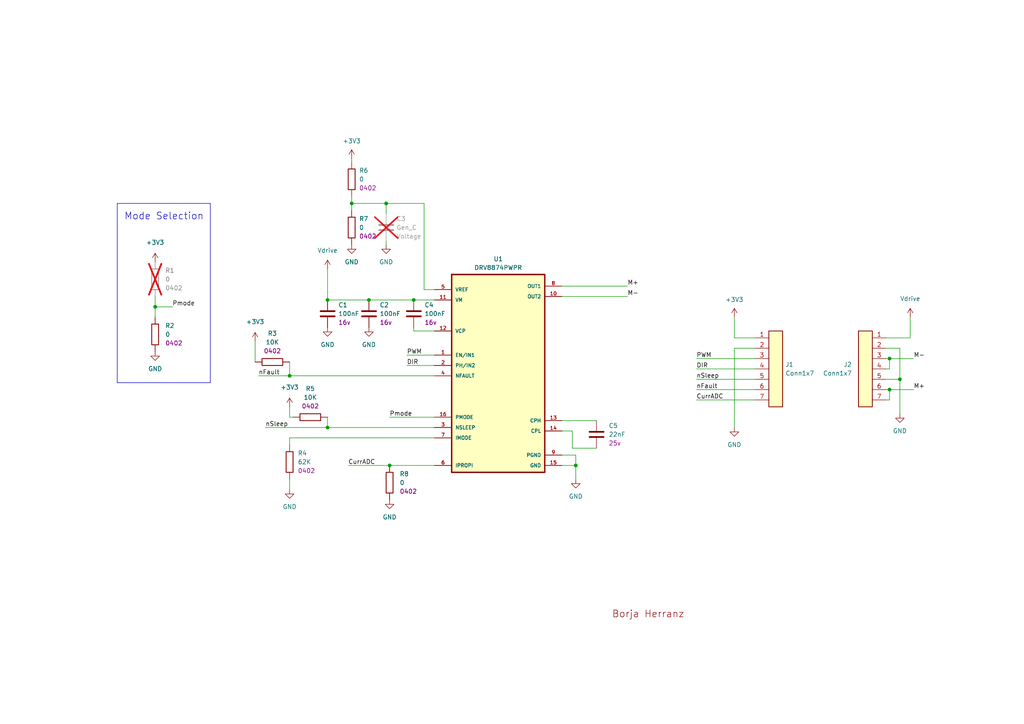
<source format=kicad_sch>
(kicad_sch (version 20230121) (generator eeschema)
  (paper "A4")
  (lib_symbols
    (symbol "Herranz - Capacitor (0402):Gen_C" (pin_numbers hide) (pin_names (offset 0) hide)
      (property "Reference" "C" (at 4 -7 0))
      (property "Value" "Gen_C" (at 6 -5 0))
      (property "Voltage" "Voltage" (at 7 -9 0))
      (symbol "Gen_C_0_1"
        (polyline (pts (xy -2 -6.75) (xy 2.064 -6.75)) (stroke (width 0.508)))
        (polyline (pts (xy -2 -5.25) (xy 2.064 -5.25)) (stroke (width 0.508)))
      )
      (symbol "Gen_C_1_1"
        (pin passive line (at 0 -2 270) (length 3) (name "~") (number "1"))
        (pin passive line (at 0 -10 90) (length 3) (name "~") (number "2"))
      )
    )
    (symbol "Herranz - Capacitor (0603):Gen_C" (pin_numbers hide) (pin_names (offset 0) hide)
      (property "Reference" "C" (at 4 -7 0))
      (property "Value" "Gen_C" (at 6 -5 0))
      (property "Voltage" "Voltage" (at 7 -9 0))
      (symbol "Gen_C_0_1"
        (polyline (pts (xy -2 -6.75) (xy 2.064 -6.75)) (stroke (width 0.508)))
        (polyline (pts (xy -2 -5.25) (xy 2.064 -5.25)) (stroke (width 0.508)))
      )
      (symbol "Gen_C_1_1"
        (pin passive line (at 0 -2 270) (length 3) (name "~") (number "1"))
        (pin passive line (at 0 -10 90) (length 3) (name "~") (number "2"))
      )
    )
    (symbol "Herranz - Gen Connectors:Conn1x7" (pin_names hide)
      (property "Reference" "J" (at 0 -5 0))
      (property "Value" "Conn1x7" (at 0 -7 0))
      (symbol "Conn1x7_1_0"
        (pin passive line (at -5 -1 0) (length 4) (name "Pin_7") (number "7"))
      )
      (symbol "Conn1x7_1_1"
        (rectangle (start -1 19) (end 3 -3) (stroke (width 0.254)) (fill (type background)))
        (pin passive line (at -5 17 0) (length 4) (name "Pin_1") (number "1"))
        (pin passive line (at -5 14 0) (length 4) (name "Pin_2") (number "2"))
        (pin passive line (at -5 11 0) (length 4) (name "Pin_3") (number "3"))
        (pin passive line (at -5 8 0) (length 4) (name "Pin_4") (number "4"))
        (pin passive line (at -5 5 0) (length 4) (name "Pin_5") (number "5"))
        (pin passive line (at -5 2 0) (length 4) (name "Pin_6") (number "6"))
      )
    )
    (symbol "Herranz - PowerIC:DRV8874PWPR" (pin_names (offset 1.016))
      (property "Reference" "U" (at -12.7 34.24 0))
      (property "Value" "DRV8874PWPR" (at -13 -26 0))
      (symbol "DRV8874PWPR_0_0"
        (rectangle (start -13 34.38) (end 14 -23) (stroke (width 0.41)) (fill (type background)))
        (pin passive line (at -18 11 0) (length 5) (name "EN/IN1") (number "1"))
        (pin passive line (at 19 28 180) (length 5) (name "OUT2") (number "10"))
        (pin passive line (at -18 27 0) (length 5) (name "VM") (number "11"))
        (pin passive line (at -18 18 0) (length 5) (name "VCP") (number "12"))
        (pin passive line (at 19 -8 180) (length 5) (name "CPH") (number "13"))
        (pin passive line (at 19 -11 180) (length 5) (name "CPL") (number "14"))
        (pin passive line (at 19 -21 180) (length 5) (name "GND") (number "15"))
        (pin passive line (at -18 -7 0) (length 5) (name "PMODE") (number "16"))
        (pin passive line (at -18 8 0) (length 5) (name "PH/IN2") (number "2"))
        (pin passive line (at -18 -10 0) (length 5) (name "NSLEEP") (number "3"))
        (pin passive line (at -18 5 0) (length 5) (name "NFAULT") (number "4"))
        (pin passive line (at -18 30 0) (length 5) (name "VREF") (number "5"))
        (pin passive line (at -18 -21 0) (length 5) (name "IPROPI") (number "6"))
        (pin passive line (at -18 -13 0) (length 5) (name "IMODE") (number "7"))
        (pin passive line (at 19 31 180) (length 5) (name "OUT1") (number "8"))
        (pin passive line (at 19 -18 180) (length 5) (name "PGND") (number "9"))
      )
    )
    (symbol "Herranz - Resistors (0402):0" (pin_numbers hide) (pin_names hide)
      (property "Reference" "R" (at -2 1 0))
      (property "Value" "0" (at 0 -1 0))
      (property "Size" "0402" (at 0 -3 0))
      (symbol "0_0_1"
        (rectangle (start -3 0) (end 3 -2) (stroke (width 0.254)))
      )
      (symbol "0_1_1"
        (pin passive line (at -5 -1 0) (length 2) (name "~") (number "1"))
        (pin passive line (at 5 -1 180) (length 2) (name "~") (number "2"))
      )
    )
    (symbol "Herranz - Resistors (0402):10K" (pin_numbers hide) (pin_names hide)
      (property "Reference" "R" (at -2 1 0))
      (property "Value" "10K" (at 0 -1 0))
      (property "Size" "0402" (at 0 -3 0))
      (symbol "10K_0_1"
        (rectangle (start -3 0) (end 3 -2) (stroke (width 0.254)))
      )
      (symbol "10K_1_1"
        (pin passive line (at -5 -1 0) (length 2) (name "~") (number "1"))
        (pin passive line (at 5 -1 180) (length 2) (name "~") (number "2"))
      )
    )
    (symbol "Herranz - Resistors (0402):62K" (pin_numbers hide) (pin_names hide)
      (property "Reference" "R" (at -2 1 0))
      (property "Value" "62K" (at 0 -1 0))
      (property "Size" "0402" (at 0 -3 0))
      (symbol "62K_0_1"
        (rectangle (start -3 0) (end 3 -2) (stroke (width 0.254)))
      )
      (symbol "62K_1_1"
        (pin passive line (at -5 -1 0) (length 2) (name "~") (number "1"))
        (pin passive line (at 5 -1 180) (length 2) (name "~") (number "2"))
      )
    )
    (symbol "Herranz - Various:Logo_Small" (pin_numbers hide) (pin_names (offset 0) hide)
      (symbol "Logo_Small_0_0"
        (text "Borja Herranz" (at 0 0 0) (effects (font (size 2 2))))
      )
    )
    (symbol "power:+3.3V" (power) (pin_names (offset 0))
      (property "Value" "+3.3V" (at 0 3.556 0))
      (symbol "+3.3V_0_1"
        (polyline (pts (xy -0.762 1.27) (xy 0 2.54)))
        (polyline (pts (xy 0 0) (xy 0 2.54)))
        (polyline (pts (xy 0 2.54) (xy 0.762 1.27)))
      )
      (symbol "+3.3V_1_1"
        (pin power_in line (at 0 0 90) (length 0) hide (name "+3V3") (number "1"))
      )
    )
    (symbol "power:GND" (power) (pin_names (offset 0))
      (property "Value" "GND" (at 0 -3.81 0))
      (symbol "GND_0_1"
        (polyline (pts (xy 0 0) (xy 0 -1.27) (xy 1.27 -1.27) (xy 0 -2.54) (xy -1.27 -1.27) (xy 0 -1.27)))
      )
      (symbol "GND_1_1"
        (pin power_in line (at 0 0 270) (length 0) hide (name "GND") (number "1"))
      )
    )
    (symbol "power:Vdrive" (power) (pin_names (offset 0))
      (property "Value" "Vdrive" (at 0 3.81 0))
      (symbol "Vdrive_0_1"
        (polyline (pts (xy -0.762 1.27) (xy 0 2.54)))
        (polyline (pts (xy 0 0) (xy 0 2.54)))
        (polyline (pts (xy 0 2.54) (xy 0.762 1.27)))
      )
      (symbol "Vdrive_1_1"
        (pin power_in line (at 0 0 90) (length 0) hide (name "Vdrive") (number "1"))
      )
    )
  )
  (junction (at 167 135))
  (junction (at 258 104))
  (junction (at 258 113))
  (junction (at 95 87))
  (junction (at 102 59))
  (junction (at 107 87))
  (junction (at 113 135))
  (junction (at 112 59))
  (junction (at 95 124))
  (junction (at 120 87))
  (junction (at 261 110))
  (junction (at 84 109))
  (junction (at 45 89))
  (polyline (pts (xy 34 59) (xy 61 59)))
  (wire (pts (xy 102 61) (xy 102 59)))
  (wire (pts (xy 102 57) (xy 102 59)))
  (wire (pts (xy 202 107) (xy 219 107)))
  (wire (pts (xy 95 124) (xy 126 124)))
  (wire (pts (xy 167 135) (xy 167 139)))
  (wire (pts (xy 84 129) (xy 84 127)))
  (wire (pts (xy 264 98) (xy 264 92)))
  (wire (pts (xy 84 109) (xy 126 109)))
  (polyline (pts (xy 61 59) (xy 61 111)))
  (polyline (pts (xy 34 59) (xy 34 111)))
  (wire (pts (xy 95 121) (xy 95 124)))
  (wire (pts (xy 167 132) (xy 167 135)))
  (polyline (pts (xy 34 111) (xy 61 111)))
  (wire (pts (xy 84 121) (xy 85 121)))
  (wire (pts (xy 257 110) (xy 261 110)))
  (wire (pts (xy 102 59) (xy 112 59)))
  (wire (pts (xy 163 122) (xy 173 122)))
  (wire (pts (xy 126 87) (xy 120 87)))
  (wire (pts (xy 258 104) (xy 265 104)))
  (wire (pts (xy 126 84) (xy 123 84)))
  (wire (pts (xy 258 113) (xy 265 113)))
  (wire (pts (xy 219 101) (xy 213 101)))
  (wire (pts (xy 261 101) (xy 261 110)))
  (wire (pts (xy 84 118) (xy 84 121)))
  (wire (pts (xy 84 105) (xy 84 109)))
  (wire (pts (xy 113 135) (xy 126 135)))
  (wire (pts (xy 45 89) (xy 50 89)))
  (wire (pts (xy 166 130) (xy 173 130)))
  (wire (pts (xy 257 113) (xy 258 113)))
  (wire (pts (xy 202 116) (xy 219 116)))
  (wire (pts (xy 163 135) (xy 167 135)))
  (wire (pts (xy 120 96) (xy 120 95)))
  (wire (pts (xy 95 87) (xy 107 87)))
  (wire (pts (xy 213 101) (xy 213 124)))
  (wire (pts (xy 113 121) (xy 126 121)))
  (wire (pts (xy 84 127) (xy 126 127)))
  (wire (pts (xy 257 107) (xy 258 107)))
  (wire (pts (xy 261 110) (xy 261 120)))
  (wire (pts (xy 118 103) (xy 126 103)))
  (wire (pts (xy 163 83) (xy 182 83)))
  (wire (pts (xy 123 84) (xy 123 59)))
  (wire (pts (xy 163 132) (xy 167 132)))
  (wire (pts (xy 213 98) (xy 213 92)))
  (wire (pts (xy 202 113) (xy 219 113)))
  (wire (pts (xy 202 110) (xy 219 110)))
  (wire (pts (xy 118 106) (xy 126 106)))
  (wire (pts (xy 257 101) (xy 261 101)))
  (wire (pts (xy 202 104) (xy 219 104)))
  (wire (pts (xy 77 124) (xy 95 124)))
  (wire (pts (xy 257 116) (xy 258 116)))
  (wire (pts (xy 107 87) (xy 120 87)))
  (wire (pts (xy 102 46) (xy 102 47)))
  (wire (pts (xy 112 71) (xy 112 70)))
  (wire (pts (xy 219 98) (xy 213 98)))
  (wire (pts (xy 163 125) (xy 166 125)))
  (wire (pts (xy 166 125) (xy 166 130)))
  (wire (pts (xy 126 96) (xy 120 96)))
  (wire (pts (xy 257 98) (xy 264 98)))
  (wire (pts (xy 258 116) (xy 258 113)))
  (wire (pts (xy 258 107) (xy 258 104)))
  (wire (pts (xy 45 92) (xy 45 89)))
  (wire (pts (xy 163 86) (xy 182 86)))
  (wire (pts (xy 123 59) (xy 112 59)))
  (wire (pts (xy 45 86) (xy 45 89)))
  (wire (pts (xy 101 135) (xy 113 135)))
  (wire (pts (xy 84 142) (xy 84 139)))
  (wire (pts (xy 74 99) (xy 74 105)))
  (wire (pts (xy 257 104) (xy 258 104)))
  (wire (pts (xy 75 109) (xy 84 109)))
  (wire (pts (xy 95 78) (xy 95 87)))
  (wire (pts (xy 112 62) (xy 112 59)))
  (text "Mode Selection" (at 36 64 0) (effects (font (size 2 2)) (justify left bottom)))
  (label "CurrADC" (at 202 116 0))
  (label "nFault" (at 75 109 0))
  (label "M-" (at 265 104 0))
  (label "DIR" (at 202 107 0))
  (label "M-" (at 182 86 0))
  (label "nSleep" (at 77 124 0))
  (label "PWM" (at 202 104 0))
  (label "nFault" (at 202 113 0))
  (label "M+" (at 182 83 0))
  (label "PWM" (at 118 103 0))
  (label "M+" (at 265 113 0))
  (label "nSleep" (at 202 110 0))
  (label "Pmode" (at 113 121 0))
  (label "CurrADC" (at 101 135 0))
  (label "Pmode" (at 50 89 0))
  (label "DIR" (at 118 106 0))
  (symbol (lib_id "power:Vdrive") (at 264 92 0) (unit 1)
    (property "Reference" "#PWR0104" (effects hide))
    (property "Value" "Vdrive" (at 264 86.64 0))
  )
  (symbol (lib_id "Herranz - Resistors (0402):0") (at 101 52 90) (unit 1)
    (property "Reference" "R6" (at 104.14 49.46 90) (effects (justify right)))
    (property "Value" "0" (at 104.14 52 90) (effects (justify right)))
    (property "Footprint" "Resistor_SMD:R_0402_1005Metric" (effects hide))
    (property "Size" "0402" (at 104.14 54.54 90) (effects (justify right)))
  )
  (symbol (lib_id "Herranz - Resistors (0402):10K") (at 79 104 0) (unit 1)
    (property "Reference" "R3" (at 79 96.72 0))
    (property "Value" "10K" (at 79 99.26 0))
    (property "Footprint" "Resistor_SMD:R_0402_1005Metric" (effects hide))
    (property "Size" "0402" (at 79 101.8 0))
  )
  (symbol (lib_id "power:GND") (at 102 71 0) (unit 1)
    (property "Reference" "#PWR0108" (effects hide))
    (property "Value" "GND" (at 102 75.98 0))
  )
  (symbol (lib_id "power:GND") (at 213 124 0) (unit 1)
    (property "Reference" "#PWR0113" (effects hide))
    (property "Value" "GND" (at 213 128.98 0))
  )
  (symbol (lib_id "Herranz - Resistors (0402):10K") (at 90 120 0) (unit 1)
    (property "Reference" "R5" (at 90 112.72 0))
    (property "Value" "10K" (at 90 115.26 0))
    (property "Footprint" "Resistor_SMD:R_0402_1005Metric" (effects hide))
    (property "Size" "0402" (at 90 117.8 0))
  )
  (symbol (lib_id "power:GND") (at 107 95 0) (unit 1)
    (property "Reference" "#PWR0111" (effects hide))
    (property "Value" "GND" (at 107 99.98 0))
  )
  (symbol (lib_id "power:+3.3V") (at 84 118 0) (unit 1)
    (property "Reference" "#PWR0101" (effects hide))
    (property "Value" "+3.3V" (at 84 112.34 0))
  )
  (symbol (lib_id "power:GND") (at 113 145 0) (unit 1)
    (property "Reference" "#PWR0102" (effects hide))
    (property "Value" "GND" (at 113 149.98 0))
  )
  (symbol (lib_id "power:+3.3V") (at 102 46 0) (unit 1)
    (property "Reference" "#PWR0107" (effects hide))
    (property "Value" "+3.3V" (at 102 40.91 0))
  )
  (symbol (lib_id "Herranz - Gen Connectors:Conn1x7") (at 252 115 0) (mirror y) (unit 1)
    (property "Reference" "J2" (at 247.08 105.73 0) (effects (justify left)))
    (property "Value" "Conn1x7" (at 247.08 108.27 0) (effects (justify left)))
    (property "Footprint" "Connector_PinHeader_2.54mm:PinHeader_1x07_P2.54mm_Vertical" (effects hide))
  )
  (symbol (lib_id "power:GND") (at 167 139 0) (mirror y) (unit 1)
    (property "Reference" "#PWR0112" (effects hide))
    (property "Value" "GND" (at 167 143.98 0))
  )
  (symbol (lib_id "Herranz - Resistors (0402):0") (at 44 97 90) (unit 1)
    (property "Reference" "R2" (at 47.91 94.46 90) (effects (justify right)))
    (property "Value" "0" (at 47.91 97 90) (effects (justify right)))
    (property "Footprint" "Resistor_SMD:R_0402_1005Metric" (effects hide))
    (property "Size" "0402" (at 47.91 99.54 90) (effects (justify right)))
  )
  (symbol (lib_id "power:GND") (at 45 102 0) (unit 1)
    (property "Reference" "#PWR0117" (effects hide))
    (property "Value" "GND" (at 45 106.98 0))
  )
  (symbol (lib_id "Herranz - PowerIC:DRV8874PWPR") (at 144 114 0) (unit 1)
    (property "Reference" "U1" (at 144.5 75.1 0))
    (property "Value" "DRV8874PWPR" (at 144.5 77.64 0))
    (property "Footprint" "Herranz - PowerIC:SOP65P640X120-17N" (effects hide))
    (property "Description" "\n40-V, 6-A H-bridge motor driver with integrated current sensing feedback\n" (effects hide))
    (property "LCSC" "C1855818" (effects hide))
    (property "MP" "DRV8874PWPR" (effects hide))
  )
  (symbol (lib_id "power:+3.3V") (at 213 92 0) (unit 1)
    (property "Reference" "#PWR0114" (effects hide))
    (property "Value" "+3.3V" (at 213 86.91 0))
  )
  (symbol (lib_id "power:+3.3V") (at 45 76 0) (unit 1)
    (property "Reference" "#PWR0116" (effects hide))
    (property "Value" "+3.3V" (at 45 70.34 0))
  )
  (symbol (lib_id "power:GND") (at 84 142 0) (unit 1)
    (property "Reference" "#PWR0103" (effects hide))
    (property "Value" "GND" (at 84 146.98 0))
  )
  (symbol (lib_id "Herranz - Capacitor (0603):Gen_C") (at 95 85 0) (unit 1)
    (property "Reference" "C1" (at 98.11 88.46 0) (effects (justify left)))
    (property "Value" "100nF" (at 98.11 91 0) (effects (justify left)))
    (property "Footprint" "Capacitor_SMD:C_0603_1608Metric" (effects hide))
    (property "Voltage" "16v" (at 98.11 93.54 0) (effects (justify left)))
  )
  (symbol (lib_id "power:GND") (at 112 71 0) (unit 1)
    (property "Reference" "#PWR0109" (effects hide))
    (property "Value" "GND" (at 112 75.98 0))
  )
  (symbol (lib_id "power:+3.3V") (at 74 99 0) (unit 1)
    (property "Reference" "#PWR0115" (effects hide))
    (property "Value" "+3.3V" (at 74 93.34 0))
  )
  (symbol (lib_id "Herranz - Capacitor (0603):Gen_C") (at 173 120 0) (unit 1)
    (property "Reference" "C5" (at 176.53 123.46 0) (effects (justify left)))
    (property "Value" "22nF" (at 176.53 126 0) (effects (justify left)))
    (property "Footprint" "Capacitor_SMD:C_0603_1608Metric" (effects hide))
    (property "Voltage" "25v" (at 176.53 128.54 0) (effects (justify left)))
  )
  (symbol (lib_id "Herranz - Resistors (0402):0") (at 101 66 90) (unit 1)
    (property "Reference" "R7" (at 104.14 63.46 90) (effects (justify right)))
    (property "Value" "0" (at 104.14 66 90) (effects (justify right)))
    (property "Footprint" "Resistor_SMD:R_0402_1005Metric" (effects hide))
    (property "Size" "0402" (at 104.14 68.54 90) (effects (justify right)))
  )
  (symbol (lib_id "Herranz - Various:Logo_Small") (at 188 178 0) (unit 1)
    (property "Reference" "U2" (effects hide))
    (property "Value" "Logo_Small" (effects hide))
    (property "Footprint" "Herranz - Various:LOGO_small" (effects hide))
  )
  (symbol (lib_id "Herranz - Capacitor (0603):Gen_C") (at 107 85 0) (unit 1)
    (property "Reference" "C2" (at 110.11 88.46 0) (effects (justify left)))
    (property "Value" "100nF" (at 110.11 91 0) (effects (justify left)))
    (property "Footprint" "Capacitor_SMD:C_0603_1608Metric" (effects hide))
    (property "Voltage" "16v" (at 110.11 93.54 0) (effects (justify left)))
  )
  (symbol (lib_id "Herranz - Capacitor (0402):Gen_C") (at 112 60 0) (unit 1) (dnp yes)
    (property "Reference" "C3" (at 114.97 63.46 0) (effects (justify left)))
    (property "Value" "Gen_C" (at 114.97 66 0) (effects (justify left)))
    (property "Footprint" "Capacitor_SMD:C_0402_1005Metric" (effects hide))
    (property "Voltage" "Voltage" (at 114.97 68.54 0) (effects (justify left)))
  )
  (symbol (lib_id "Herranz - Gen Connectors:Conn1x7") (at 224 115 0) (unit 1)
    (property "Reference" "J1" (at 227.79 105.73 0) (effects (justify left)))
    (property "Value" "Conn1x7" (at 227.79 108.27 0) (effects (justify left)))
    (property "Footprint" "Connector_PinHeader_2.54mm:PinHeader_1x07_P2.54mm_Vertical" (effects hide))
  )
  (symbol (lib_id "Herranz - Capacitor (0603):Gen_C") (at 120 85 0) (unit 1)
    (property "Reference" "C4" (at 123.11 88.46 0) (effects (justify left)))
    (property "Value" "100nF" (at 123.11 91 0) (effects (justify left)))
    (property "Footprint" "Capacitor_SMD:C_0603_1608Metric" (effects hide))
    (property "Voltage" "16v" (at 123.11 93.54 0) (effects (justify left)))
  )
  (symbol (lib_id "Herranz - Resistors (0402):62K") (at 83 134 90) (unit 1)
    (property "Reference" "R4" (at 86.36 131.46 90) (effects (justify right)))
    (property "Value" "62K" (at 86.36 134 90) (effects (justify right)))
    (property "Footprint" "Resistor_SMD:R_0402_1005Metric" (effects hide))
    (property "Size" "0402" (at 86.36 136.54 90) (effects (justify right)))
  )
  (symbol (lib_id "power:Vdrive") (at 95 78 0) (unit 1)
    (property "Reference" "#PWR0110" (effects hide))
    (property "Value" "Vdrive" (at 95 72.64 0))
  )
  (symbol (lib_id "Herranz - Resistors (0402):0") (at 44 81 90) (unit 1) (dnp yes)
    (property "Reference" "R1" (at 47.91 78.46 90) (effects (justify right)))
    (property "Value" "0" (at 47.91 81 90) (effects (justify right)))
    (property "Footprint" "Resistor_SMD:R_0402_1005Metric" (effects hide))
    (property "Size" "0402" (at 47.91 83.54 90) (effects (justify right)))
  )
  (symbol (lib_id "Herranz - Resistors (0402):0") (at 112 140 90) (unit 1)
    (property "Reference" "R8" (at 115.91 137.46 90) (effects (justify right)))
    (property "Value" "0" (at 115.91 140 90) (effects (justify right)))
    (property "Footprint" "Resistor_SMD:R_0402_1005Metric" (effects hide))
    (property "Size" "0402" (at 115.91 142.54 90) (effects (justify right)))
  )
  (symbol (lib_id "power:GND") (at 95 95 0) (unit 1)
    (property "Reference" "#PWR0106" (effects hide))
    (property "Value" "GND" (at 95 99.98 0))
  )
  (symbol (lib_id "power:GND") (at 261 120 0) (mirror y) (unit 1)
    (property "Reference" "#PWR0105" (effects hide))
    (property "Value" "GND" (at 261 124.98 0))
  )
)
</source>
